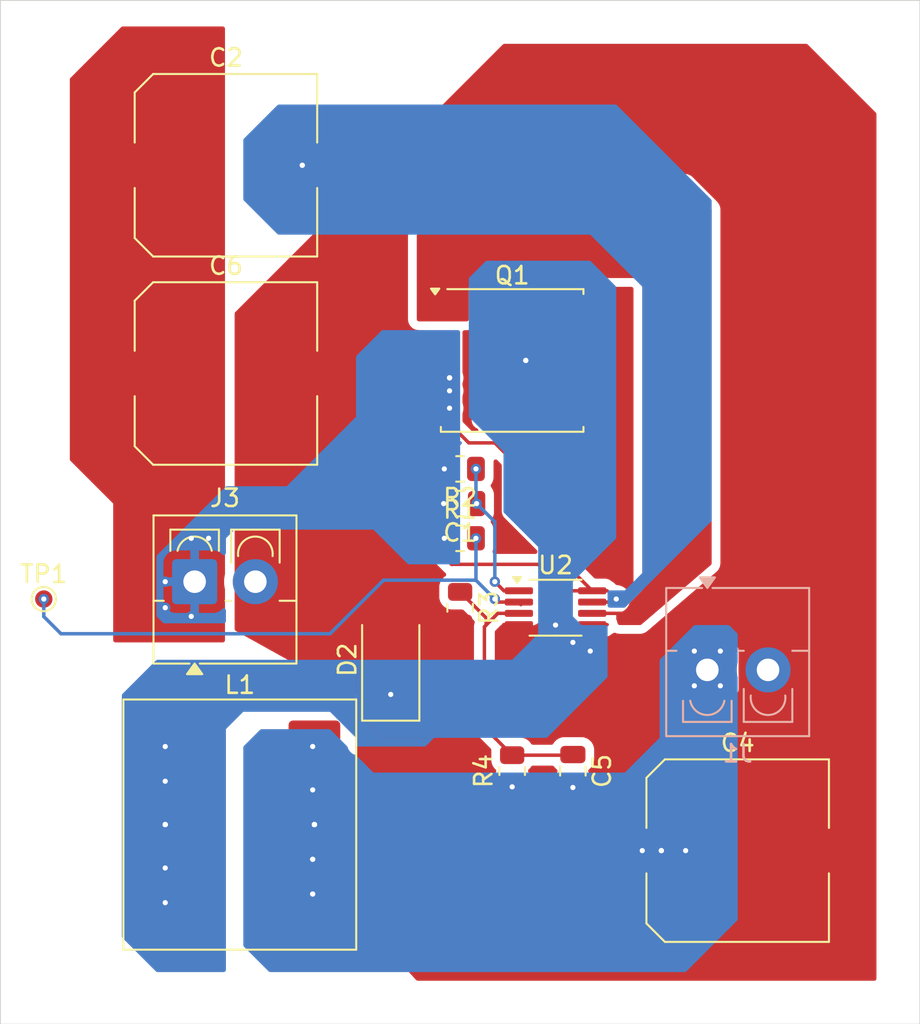
<source format=kicad_pcb>
(kicad_pcb (version 20241229) (generator "pcbnew") (generator_version "9.0")
  (layers (0 "F.Cu" signal) (2 "B.Cu" signal) (13 "F.Paste" user) (15 "B.Paste" user) (5 "F.SilkS" user "F.Silkscreen") (7 "B.SilkS" user "B.Silkscreen") (1 "F.Mask" user) (3 "B.Mask" user) (25 "Edge.Cuts" user))
  (net 0 "")
  (net 1 "Net-(U2-ADJ)")
  (net 2 "/Vin")
  (net 3 "GND")
  (net 4 "Net-(U2-VCC)")
  (net 5 "Net-(D2-K)")
  (net 6 "/Vout")
  (net 7 "Net-(U2-FB)")
  (net 8 "Net-(U2-RT)")
  (net 9 "Net-(Q1-G)")
  (footprint "Resistor_SMD:R_0805_2012Metric" (layer "F.Cu") (at 101.5 117.4125 90)
    (property "Reference" "R4" (at 0 -1.65 90) (layer "F.SilkS"))
    (property "Value" "R")
    (fp_line (start -0.227064 -0.735) (end 0.227064 -0.735) (stroke (width 0.12)) (layer "F.SilkS"))
    (fp_line (start -0.227064 0.735) (end 0.227064 0.735) (stroke (width 0.12)) (layer "F.SilkS"))
    (pad "1" smd roundrect (at -0.9125 0 90) (size 1.025 1.4) (layers "F.Cu" "F.Mask" "F.Paste") (roundrect_rratio 0.243902) (net 6 "/Vout"))
    (pad "2" smd roundrect (at 0.9125 0 90) (size 1.025 1.4) (layers "F.Cu" "F.Mask" "F.Paste") (roundrect_rratio 0.243902) (net 7 "Net-(U2-FB)"))
  )
  (footprint "TerminalBlock_4Ucon:TerminalBlock_4Ucon_1x02_P3.50mm_Vertical" (layer "F.Cu") (at 83.195 106.5)
    (property "Reference" "J3" (at 1.75 -4.82 0) (layer "F.SilkS"))
    (property "Value" "Screw_Terminal_01x02")
    (fp_line (start -2.37 -3.82) (end 5.87 -3.82) (stroke (width 0.12)) (layer "F.SilkS"))
    (fp_line (start -2.37 1.1) (end -1.78 1.1) (stroke (width 0.12)) (layer "F.SilkS"))
    (fp_line (start -2.37 4.72) (end -2.37 -3.82) (stroke (width 0.12)) (layer "F.SilkS"))
    (fp_line (start -1.4 -3) (end 1.4 -3) (stroke (width 0.12)) (layer "F.SilkS"))
    (fp_line (start -1.4 -1.78) (end -1.4 -3) (stroke (width 0.12)) (layer "F.SilkS"))
    (fp_line (start -0.3 4.72) (end -2.37 4.72) (stroke (width 0.12)) (layer "F.SilkS"))
    (fp_line (start 1.4 -3) (end 1.4 -1.78) (stroke (width 0.12)) (layer "F.SilkS"))
    (fp_line (start 1.78 1.1) (end 2.101 1.1) (stroke (width 0.12)) (layer "F.SilkS"))
    (fp_line (start 2.1 -3) (end 4.9 -3) (stroke (width 0.12)) (layer "F.SilkS"))
    (fp_line (start 2.1 -1.099) (end 2.1 -3) (stroke (width 0.12)) (layer "F.SilkS"))
    (fp_line (start 4.899 1.1) (end 5.87 1.1) (stroke (width 0.12)) (layer "F.SilkS"))
    (fp_line (start 4.9 -3) (end 4.9 -1.099) (stroke (width 0.12)) (layer "F.SilkS"))
    (fp_line (start 5.87 -3.82) (end 5.87 4.72) (stroke (width 0.12)) (layer "F.SilkS"))
    (fp_line (start 5.87 4.72) (end 0.3 4.72) (stroke (width 0.12)) (layer "F.SilkS"))
    (fp_arc (start -0.984 -1.78) (mid 0 -2.6) (end 0.984 -1.78) (stroke (width 0.12)) (layer "F.SilkS"))
    (fp_arc (start 2.508 -1.478) (mid 3.5 -2.6) (end 4.492 -1.478) (stroke (width 0.12)) (layer "F.SilkS"))
    (fp_poly (pts (xy 0 4.72) (xy 0.44 5.33) (xy -0.44 5.33)) (stroke (width 0.12)) (fill yes) (layer "F.SilkS"))
    (pad "1" thru_hole roundrect (at 0 0) (size 2.6 2.6) (drill 1.3) (layers "*.Cu" "*.Mask") (roundrect_rratio 0.096154) (net 2 "/Vin"))
    (pad "2" thru_hole circle (at 3.5 0) (size 2.6 2.6) (drill 1.3) (layers "*.Cu" "*.Mask") (net 3 "GND"))
  )
  (footprint "Capacitor_SMD:C_0805_2012Metric" (layer "F.Cu") (at 105 117.4125 -90)
    (property "Reference" "C5" (at 0 -1.68 90) (layer "F.SilkS"))
    (property "Value" "C")
    (fp_line (start -0.261252 0.735) (end 0.261252 0.735) (stroke (width 0.12)) (layer "F.SilkS"))
    (fp_line (start -0.261252 -0.735) (end 0.261252 -0.735) (stroke (width 0.12)) (layer "F.SilkS"))
    (pad "1" smd roundrect (at -0.95 0 270) (size 1 1.45) (layers "F.Cu" "F.Mask" "F.Paste") (net 7 "Net-(U2-FB)"))
    (pad "2" smd roundrect (at 0.95 0 270) (size 1 1.45) (layers "F.Cu" "F.Mask" "F.Paste") (net 6 "/Vout"))
  )
  (footprint "Capacitor_SMD:C_Elec_10x10.2" (layer "F.Cu") (at 114.5 122)
    (property "Reference" "C4" (at 0 -6.2 0) (layer "F.SilkS"))
    (property "Value" "C")
    (fp_line (start -5.26 -4.195563) (end -5.26 -1.31) (stroke (width 0.12)) (layer "F.SilkS"))
    (fp_line (start -5.26 -4.195563) (end -4.195563 -5.26) (stroke (width 0.12)) (layer "F.SilkS"))
    (fp_line (start -5.26 4.195563) (end -5.26 1.31) (stroke (width 0.12)) (layer "F.SilkS"))
    (fp_line (start -5.26 4.195563) (end -4.195563 5.26) (stroke (width 0.12)) (layer "F.SilkS"))
    (fp_line (start -4.195563 -5.26) (end 5.26 -5.26) (stroke (width 0.12)) (layer "F.SilkS"))
    (fp_line (start -4.195563 5.26) (end 5.26 5.26) (stroke (width 0.12)) (layer "F.SilkS"))
    (fp_line (start 5.26 -5.26) (end 5.26 -1.31) (stroke (width 0.12)) (layer "F.SilkS"))
    (fp_line (start 5.26 5.26) (end 5.26 1.31) (stroke (width 0.12)) (layer "F.SilkS"))
    (pad "1" smd roundrect (at -4.4 0) (size 4.6 2.1) (layers "F.Cu" "F.Mask" "F.Paste") (roundrect_rratio 0.119048) (net 6 "/Vout"))
    (pad "2" smd roundrect (at 4.4 0) (size 4.6 2.1) (layers "F.Cu" "F.Mask" "F.Paste") (roundrect_rratio 0.119048) (net 3 "GND"))
  )
  (footprint "Inductor_SMD:L_Coilcraft_XAL1350-XXX" (layer "F.Cu") (at 85.8 120.5)
    (property "Reference" "L1" (at 0 -8.05 0) (layer "F.SilkS"))
    (property "Value" "L")
    (fp_line (start -6.71 -7.21) (end 6.71 -7.21) (stroke (width 0.12)) (layer "F.SilkS"))
    (fp_line (start -6.71 7.21) (end -6.71 -7.21) (stroke (width 0.12)) (layer "F.SilkS"))
    (fp_line (start 6.71 -7.21) (end 6.71 7.21) (stroke (width 0.12)) (layer "F.SilkS"))
    (fp_line (start 6.71 7.21) (end -6.71 7.21) (stroke (width 0.12)) (layer "F.SilkS"))
    (pad "1" smd roundrect (at -4.3 0) (size 2.98 12) (layers "F.Cu" "F.Mask" "F.Paste") (roundrect_rratio 0.083893) (net 5 "Net-(D2-K)"))
    (pad "2" smd roundrect (at 4.3 0) (size 2.98 12) (layers "F.Cu" "F.Mask" "F.Paste") (roundrect_rratio 0.083893) (net 6 "/Vout"))
  )
  (footprint "Package_TO_SOT_SMD:PQFN_8x8" (layer "F.Cu") (at 101.5 93.75)
    (property "Reference" "Q1" (at 0 -4.9 0) (layer "F.SilkS"))
    (property "Value" "FDMT80060DC")
    (fp_line (start -4.11 3.83) (end -4.11 4.11) (stroke (width 0.12)) (layer "F.SilkS"))
    (fp_line (start 4.11 -4.11) (end -3.74 -4.11) (stroke (width 0.12)) (layer "F.SilkS"))
    (fp_line (start 4.11 -3.83) (end 4.11 -4.11) (stroke (width 0.12)) (layer "F.SilkS"))
    (fp_line (start 4.11 3.83) (end 4.11 4.11) (stroke (width 0.12)) (layer "F.SilkS"))
    (fp_line (start 4.11 4.11) (end -4.11 4.11) (stroke (width 0.12)) (layer "F.SilkS"))
    (fp_poly (pts (xy -4.44 -3.81) (xy -4.2 -4.14) (xy -4.68 -4.14) (xy -4.44 -3.81)) (stroke (width 0.12)) (fill yes) (layer "F.SilkS"))
    (pad "1" smd roundrect (at -3.935 -3) (size 1.13 1.1) (layers "F.Cu" "F.Mask" "F.Paste") (net 9 "Net-(Q1-G)"))
    (pad "2" smd custom (at -3.61 1) (size 0.48 5.1) (layers "F.Cu" "F.Mask" "F.Paste") (net 2 "/Vin") (options (clearance outline) (anchor rect)) (primitives (gr_poly (pts (xy -0.24 -1.45) (xy -0.89 -1.45) (xy -0.89 -2.55) (xy -0.24 -2.55)) (width 0) (fill yes)) (gr_poly (pts (xy -0.24 0.55) (xy -0.89 0.55) (xy -0.89 -0.55) (xy -0.24 -0.55)) (width 0) (fill yes)) (gr_poly (pts (xy -0.24 2.55) (xy -0.89 2.55) (xy -0.89 1.45) (xy -0.24 1.45)) (width 0) (fill yes))))
    (pad "3" smd custom (at 0.785 0) (size 5.23 6.9) (layers "F.Cu" "F.Mask") (net 5 "Net-(D2-K)") (options (clearance outline) (anchor rect)) (primitives (gr_poly (pts (xy 3.715 -2.45) (xy 2.615 -2.45) (xy 2.615 -3.55) (xy 3.715 -3.55)) (width 0) (fill yes)) (gr_poly (pts (xy 3.715 -0.45) (xy 2.615 -0.45) (xy 2.615 -1.55) (xy 3.715 -1.55)) (width 0) (fill yes)) (gr_poly (pts (xy 3.715 1.55) (xy 2.615 1.55) (xy 2.615 0.45) (xy 3.715 0.45)) (width 0) (fill yes)) (gr_poly (pts (xy 3.715 3.55) (xy 2.615 3.55) (xy 2.615 2.45) (xy 3.715 2.45)) (width 0) (fill yes))))
  )
  (footprint "TestPoint:TestPoint_Pad_D1.0mm" (layer "F.Cu") (at 74.5 107.5)
    (property "Reference" "TP1" (at 0 -1.448 0) (layer "F.SilkS"))
    (property "Value" "TestPoint_Small" (hide yes))
    (fp_circle (center 0 0) (end 0 0.7) (stroke (width 0.12)) (fill no) (layer "F.SilkS"))
    (pad "1" smd circle (at 0 0) (size 1 1) (layers "F.Cu" "F.Mask") (net 8 "Net-(U2-RT)"))
  )
  (footprint "Resistor_SMD:R_0805_2012Metric" (layer "F.Cu") (at 98.5 100 180)
    (property "Reference" "R2" (at 0 -1.65 0) (layer "F.SilkS"))
    (property "Value" "R")
    (fp_line (start -0.227064 0.735) (end 0.227064 0.735) (stroke (width 0.12)) (layer "F.SilkS"))
    (fp_line (start -0.227064 -0.735) (end 0.227064 -0.735) (stroke (width 0.12)) (layer "F.SilkS"))
    (pad "1" smd roundrect (at -0.9125 0 180) (size 1.025 1.4) (layers "F.Cu" "F.Mask" "F.Paste") (roundrect_rratio 0.243902) (net 1 "Net-(U2-ADJ)"))
    (pad "2" smd roundrect (at 0.9125 0 180) (size 1.025 1.4) (layers "F.Cu" "F.Mask" "F.Paste") (roundrect_rratio 0.243902) (net 2 "/Vin"))
  )
  (footprint "Diode_SMD:D_SMA" (layer "F.Cu") (at 94.5 111 90)
    (property "Reference" "D2" (at 0 -2.5 90) (layer "F.SilkS"))
    (property "Value" "D_Schottky")
    (fp_line (start -3.51 -1.65) (end 2 -1.65) (stroke (width 0.12)) (layer "F.SilkS"))
    (fp_line (start -3.51 -1.65) (end -3.51 1.65) (stroke (width 0.12)) (layer "F.SilkS"))
    (fp_line (start -3.51 1.65) (end 2 1.65) (stroke (width 0.12)) (layer "F.SilkS"))
    (pad "1" smd roundrect (at -2 0 90) (size 2.5 1.8) (layers "F.Cu" "F.Mask" "F.Paste") (roundrect_rratio 0.1388888889) (net 5 "Net-(D2-K)"))
    (pad "2" smd roundrect (at 2 0 90) (size 2.5 1.8) (layers "F.Cu" "F.Mask" "F.Paste") (roundrect_rratio 0.1388888889) (net 3 "GND"))
  )
  (footprint "Capacitor_SMD:C_Elec_10x10.2" (layer "F.Cu") (at 85 82.5)
    (property "Reference" "C2" (at 0 -6.2 0) (layer "F.SilkS"))
    (property "Value" "C")
    (fp_line (start -5.26 -4.195563) (end -5.26 -1.31) (stroke (width 0.12)) (layer "F.SilkS"))
    (fp_line (start -5.26 -4.195563) (end -4.195563 -5.26) (stroke (width 0.12)) (layer "F.SilkS"))
    (fp_line (start -5.26 4.195563) (end -5.26 1.31) (stroke (width 0.12)) (layer "F.SilkS"))
    (fp_line (start -5.26 4.195563) (end -4.195563 5.26) (stroke (width 0.12)) (layer "F.SilkS"))
    (fp_line (start -4.195563 -5.26) (end 5.26 -5.26) (stroke (width 0.12)) (layer "F.SilkS"))
    (fp_line (start -4.195563 5.26) (end 5.26 5.26) (stroke (width 0.12)) (layer "F.SilkS"))
    (fp_line (start 5.26 -5.26) (end 5.26 -1.31) (stroke (width 0.12)) (layer "F.SilkS"))
    (fp_line (start 5.26 5.26) (end 5.26 1.31) (stroke (width 0.12)) (layer "F.SilkS"))
    (pad "1" smd roundrect (at -4.4 0) (size 4.6 2.1) (layers "F.Cu" "F.Mask" "F.Paste") (roundrect_rratio 0.119048) (net 2 "/Vin"))
    (pad "2" smd roundrect (at 4.4 0) (size 4.6 2.1) (layers "F.Cu" "F.Mask" "F.Paste") (roundrect_rratio 0.119048) (net 4 "Net-(U2-VCC)"))
  )
  (footprint "Package_SO:MSOP-8_3x3mm_P0.65mm" (layer "F.Cu") (at 104 108)
    (property "Reference" "U2" (at 0 -2.45 0) (layer "F.SilkS"))
    (property "Value" "LM25085MM")
    (fp_line (start 0 -1.61) (end -1.5 -1.61) (stroke (width 0.12)) (layer "F.SilkS"))
    (fp_line (start 0 -1.61) (end 1.5 -1.61) (stroke (width 0.12)) (layer "F.SilkS"))
    (fp_line (start 0 1.61) (end -1.5 1.61) (stroke (width 0.12)) (layer "F.SilkS"))
    (fp_line (start 0 1.61) (end 1.5 1.61) (stroke (width 0.12)) (layer "F.SilkS"))
    (fp_poly (pts (xy -2.2125 -1.435) (xy -2.4525 -1.765) (xy -1.9725 -1.765)) (stroke (width 0.12)) (fill yes) (layer "F.SilkS"))
    (pad "1" smd roundrect (at -2.1125 -0.975) (size 1.625 0.4) (layers "F.Cu" "F.Mask" "F.Paste") (net 1 "Net-(U2-ADJ)"))
    (pad "2" smd roundrect (at -2.1125 -0.325) (size 1.625 0.4) (layers "F.Cu" "F.Mask" "F.Paste") (net 8 "Net-(U2-RT)"))
    (pad "3" smd roundrect (at -2.1125 0.325) (size 1.625 0.4) (layers "F.Cu" "F.Mask" "F.Paste") (net 7 "Net-(U2-FB)"))
    (pad "4" smd roundrect (at -2.1125 0.975) (size 1.625 0.4) (layers "F.Cu" "F.Mask" "F.Paste") (net 3 "GND"))
    (pad "5" smd roundrect (at 2.1125 0.975) (size 1.625 0.4) (layers "F.Cu" "F.Mask" "F.Paste") (net 5 "Net-(D2-K)"))
    (pad "6" smd roundrect (at 2.1125 0.325) (size 1.625 0.4) (layers "F.Cu" "F.Mask" "F.Paste") (net 9 "Net-(Q1-G)"))
    (pad "7" smd roundrect (at 2.1125 -0.325) (size 1.625 0.4) (layers "F.Cu" "F.Mask" "F.Paste") (net 4 "Net-(U2-VCC)"))
    (pad "8" smd roundrect (at 2.1125 -0.975) (size 1.625 0.4) (layers "F.Cu" "F.Mask" "F.Paste") (net 2 "/Vin"))
  )
  (footprint "Resistor_SMD:R_0805_2012Metric" (layer "F.Cu") (at 98.5 108 -90)
    (property "Reference" "R3" (at 0 -1.65 90) (layer "F.SilkS"))
    (property "Value" "R")
    (fp_line (start -0.227064 0.735) (end 0.227064 0.735) (stroke (width 0.12)) (layer "F.SilkS"))
    (fp_line (start -0.227064 -0.735) (end 0.227064 -0.735) (stroke (width 0.12)) (layer "F.SilkS"))
    (pad "1" smd roundrect (at -0.9125 0 270) (size 1.025 1.4) (layers "F.Cu" "F.Mask" "F.Paste") (roundrect_rratio 0.243902) (net 7 "Net-(U2-FB)"))
    (pad "2" smd roundrect (at 0.9125 0 270) (size 1.025 1.4) (layers "F.Cu" "F.Mask" "F.Paste") (roundrect_rratio 0.243902) (net 3 "GND"))
  )
  (footprint "Resistor_SMD:R_0805_2012Metric" (layer "F.Cu") (at 98.5 104)
    (property "Reference" "R1" (at 0 -1.65 0) (layer "F.SilkS"))
    (property "Value" "R")
    (fp_line (start -0.227064 -0.735) (end 0.227064 -0.735) (stroke (width 0.12)) (layer "F.SilkS"))
    (fp_line (start -0.227064 0.735) (end 0.227064 0.735) (stroke (width 0.12)) (layer "F.SilkS"))
    (pad "1" smd roundrect (at -0.9125 0) (size 1.025 1.4) (layers "F.Cu" "F.Mask" "F.Paste") (roundrect_rratio 0.243902) (net 2 "/Vin"))
    (pad "2" smd roundrect (at 0.9125 0) (size 1.025 1.4) (layers "F.Cu" "F.Mask" "F.Paste") (roundrect_rratio 0.243902) (net 8 "Net-(U2-RT)"))
  )
  (footprint "Capacitor_SMD:C_0805_2012Metric" (layer "F.Cu") (at 98.5 102 180)
    (property "Reference" "C1" (at 0 -1.68 0) (layer "F.SilkS"))
    (property "Value" "C")
    (fp_line (start -0.261252 0.735) (end 0.261252 0.735) (stroke (width 0.12)) (layer "F.SilkS"))
    (fp_line (start -0.261252 -0.735) (end 0.261252 -0.735) (stroke (width 0.12)) (layer "F.SilkS"))
    (pad "1" smd roundrect (at -0.95 0 180) (size 1 1.45) (layers "F.Cu" "F.Mask" "F.Paste") (net 1 "Net-(U2-ADJ)"))
    (pad "2" smd roundrect (at 0.95 0 180) (size 1 1.45) (layers "F.Cu" "F.Mask" "F.Paste") (net 2 "/Vin"))
  )
  (footprint "Capacitor_SMD:C_Elec_10x10.2" (layer "F.Cu") (at 85 94.5)
    (property "Reference" "C6" (at 0 -6.2 0) (layer "F.SilkS"))
    (property "Value" "C")
    (fp_line (start -5.26 -4.195563) (end -5.26 -1.31) (stroke (width 0.12)) (layer "F.SilkS"))
    (fp_line (start -5.26 -4.195563) (end -4.195563 -5.26) (stroke (width 0.12)) (layer "F.SilkS"))
    (fp_line (start -5.26 4.195563) (end -5.26 1.31) (stroke (width 0.12)) (layer "F.SilkS"))
    (fp_line (start -5.26 4.195563) (end -4.195563 5.26) (stroke (width 0.12)) (layer "F.SilkS"))
    (fp_line (start -4.195563 -5.26) (end 5.26 -5.26) (stroke (width 0.12)) (layer "F.SilkS"))
    (fp_line (start -4.195563 5.26) (end 5.26 5.26) (stroke (width 0.12)) (layer "F.SilkS"))
    (fp_line (start 5.26 -5.26) (end 5.26 -1.31) (stroke (width 0.12)) (layer "F.SilkS"))
    (fp_line (start 5.26 5.26) (end 5.26 1.31) (stroke (width 0.12)) (layer "F.SilkS"))
    (pad "1" smd roundrect (at -4.4 0) (size 4.6 2.1) (layers "F.Cu" "F.Mask" "F.Paste") (roundrect_rratio 0.119048) (net 2 "/Vin"))
    (pad "2" smd roundrect (at 4.4 0) (size 4.6 2.1) (layers "F.Cu" "F.Mask" "F.Paste") (roundrect_rratio 0.119048) (net 3 "GND"))
  )
  (footprint "TerminalBlock_4Ucon:TerminalBlock_4Ucon_1x02_P3.50mm_Vertical" (layer "B.Cu") (at 112.75 111.5825)
    (property "Reference" "J1" (at 1.75 4.82 0) (layer "B.SilkS") (effects (justify mirror)))
    (property "Value" "Screw_Terminal_01x02")
    (fp_line (start -2.37 -4.72) (end -2.37 3.82) (stroke (width 0.12)) (layer "B.SilkS"))
    (fp_line (start -2.37 -1.1) (end -1.78 -1.1) (stroke (width 0.12)) (layer "B.SilkS"))
    (fp_line (start -2.37 3.82) (end 5.87 3.82) (stroke (width 0.12)) (layer "B.SilkS"))
    (fp_line (start -1.4 1.78) (end -1.4 3) (stroke (width 0.12)) (layer "B.SilkS"))
    (fp_line (start -1.4 3) (end 1.4 3) (stroke (width 0.12)) (layer "B.SilkS"))
    (fp_line (start -0.3 -4.72) (end -2.37 -4.72) (stroke (width 0.12)) (layer "B.SilkS"))
    (fp_line (start 1.4 3) (end 1.4 1.78) (stroke (width 0.12)) (layer "B.SilkS"))
    (fp_line (start 1.78 -1.1) (end 2.101 -1.1) (stroke (width 0.12)) (layer "B.SilkS"))
    (fp_line (start 2.1 1.099) (end 2.1 3) (stroke (width 0.12)) (layer "B.SilkS"))
    (fp_line (start 2.1 3) (end 4.9 3) (stroke (width 0.12)) (layer "B.SilkS"))
    (fp_line (start 4.899 -1.1) (end 5.87 -1.1) (stroke (width 0.12)) (layer "B.SilkS"))
    (fp_line (start 4.9 3) (end 4.9 1.099) (stroke (width 0.12)) (layer "B.SilkS"))
    (fp_line (start 5.87 -4.72) (end 0.3 -4.72) (stroke (width 0.12)) (layer "B.SilkS"))
    (fp_line (start 5.87 3.82) (end 5.87 -4.72) (stroke (width 0.12)) (layer "B.SilkS"))
    (fp_arc (start 0.984 1.78) (mid 0 2.6) (end -0.984 1.78) (stroke (width 0.12)) (layer "B.SilkS"))
    (fp_arc (start 4.492 1.478) (mid 3.5 2.6) (end 2.508 1.478) (stroke (width 0.12)) (layer "B.SilkS"))
    (fp_poly (pts (xy 0 -4.72) (xy 0.44 -5.33) (xy -0.44 -5.33)) (stroke (width 0.12)) (fill yes) (layer "B.SilkS"))
    (pad "1" thru_hole roundrect (at 0 0) (size 2.6 2.6) (drill 1.3) (layers "*.Cu" "*.Mask") (roundrect_rratio 0.096154) (net 6 "/Vout"))
    (pad "2" thru_hole circle (at 3.5 0) (size 2.6 2.6) (drill 1.3) (layers "*.Cu" "*.Mask") (net 3 "GND"))
  )
  (gr_rect (start 72 73) (end 125 132) (stroke (width 0.05)) (fill no) (layer "Edge.Cuts"))
  (segment (start 101.025 107.025) (end 100.5 106.5) (width 0.2) (layer "F.Cu") (net 1))
  (segment (start 101.025 107.025) (end 101.8875 107.025) (width 0.2) (layer "F.Cu") (net 1))
  (via (at 100.5 106.5) (size 0.6) (drill 0.3) (layers "F.Cu" "B.Cu") (net 1))
  (via (at 99.4125 100) (size 0.6) (drill 0.3) (layers "F.Cu" "B.Cu") (net 1))
  (via (at 99.45 102) (size 0.6) (drill 0.3) (layers "F.Cu" "B.Cu") (net 1))
  (segment (start 100.5 106.5) (end 100.5 103.05) (width 0.2) (layer "B.Cu") (net 1))
  (segment (start 99.4125 101.9625) (end 99.45 102) (width 0.2) (layer "B.Cu") (net 1))
  (segment (start 99.4125 100) (end 99.4125 101.9625) (width 0.2) (layer "B.Cu") (net 1))
  (segment (start 100.5 103.05) (end 99.45 102) (width 0.2) (layer "B.Cu") (net 1))
  (segment (start 104.525 107.025) (end 106.1125 107.025) (width 0.2) (layer "F.Cu") (net 2))
  (segment (start 99 98.5) (end 100.5 98.5) (width 0.2) (layer "F.Cu") (net 2))
  (segment (start 101.5 102.4125) (end 106.1125 107.025) (width 0.2) (layer "F.Cu") (net 2))
  (segment (start 97.5875 105.0875) (end 98 105.5) (width 0.2) (layer "F.Cu") (net 2))
  (segment (start 97.89 94.75) (end 97.89 95.5) (width 0.2) (layer "F.Cu") (net 2))
  (segment (start 101.5 99.5) (end 101.5 102.4125) (width 0.2) (layer "F.Cu") (net 2))
  (segment (start 106.975 107.025) (end 106.1125 107.025) (width 0.2) (layer "F.Cu") (net 2))
  (segment (start 98 105.5) (end 103 105.5) (width 0.2) (layer "F.Cu") (net 2))
  (segment (start 103 105.5) (end 104.525 107.025) (width 0.2) (layer "F.Cu") (net 2))
  (segment (start 100.5 98.5) (end 101.5 99.5) (width 0.2) (layer "F.Cu") (net 2))
  (segment (start 97.89 96.5) (end 97.89 97.39) (width 0.2) (layer "F.Cu") (net 2))
  (segment (start 97.89 95.5) (end 97.89 96.5) (width 0.2) (layer "F.Cu") (net 2))
  (segment (start 97.5875 104) (end 97.5875 105.0875) (width 0.2) (layer "F.Cu") (net 2))
  (segment (start 97.89 97.39) (end 99 98.5) (width 0.2) (layer "F.Cu") (net 2))
  (via (at 97.89 95.5) (size 0.6) (drill 0.3) (layers "F.Cu" "B.Cu") (net 2))
  (via (at 97.5875 100) (size 0.6) (drill 0.3) (layers "F.Cu" "B.Cu") (net 2))
  (via (at 97.89 94.75) (size 0.6) (drill 0.3) (layers "F.Cu" "B.Cu") (net 2))
  (via (at 97.89 94.75) (size 0.6) (drill 0.3) (layers "F.Cu" "B.Cu") (net 2))
  (via (at 97.5875 104) (size 0.6) (drill 0.3) (layers "F.Cu" "B.Cu") (net 2))
  (via (at 83.195 106.5) (size 0.6) (drill 0.3) (layers "F.Cu" "B.Cu") (net 2))
  (via (at 84 104) (size 0.6) (drill 0.3) (layers "F.Cu" "B.Cu") (net 2))
  (via (at 83 104) (size 0.6) (drill 0.3) (layers "F.Cu" "B.Cu") (net 2))
  (via (at 81.5 106.5) (size 0.6) (drill 0.3) (layers "F.Cu" "B.Cu") (net 2))
  (via (at 97.89 94.75) (size 0.6) (drill 0.3) (layers "F.Cu" "B.Cu") (net 2))
  (via (at 97.89 96.5) (size 0.6) (drill 0.3) (layers "F.Cu" "B.Cu") (net 2))
  (via (at 83 108.5) (size 0.6) (drill 0.3) (layers "F.Cu" "B.Cu") (net 2))
  (via (at 97.89 94.75) (size 0.6) (drill 0.3) (layers "F.Cu" "B.Cu") (net 2))
  (via (at 81.5 108) (size 0.6) (drill 0.3) (layers "F.Cu" "B.Cu") (net 2))
  (via (at 97.55 102) (size 0.6) (drill 0.3) (layers "F.Cu" "B.Cu") (net 2))
  (segment (start 97.5875 99.4125) (end 98.5 98.5) (width 0.2) (layer "B.Cu") (net 2))
  (segment (start 90.5875 101.4625) (end 90.55 101.5) (width 0.2) (layer "B.Cu") (net 2))
  (segment (start 97.5875 100) (end 97.5875 99.4125) (width 0.2) (layer "B.Cu") (net 2))
  (segment (start 101.8875 108.975) (end 101.025 108.975) (width 0.2) (layer "F.Cu") (net 3))
  (segment (start 101 109) (end 101 109.5) (width 0.2) (layer "F.Cu") (net 3))
  (segment (start 101.025 108.975) (end 101 109) (width 0.2) (layer "F.Cu") (net 3))
  (segment (start 107.325 107.675) (end 107.5 107.5) (width 0.2) (layer "F.Cu") (net 4))
  (segment (start 107.325 107.675) (end 106.1125 107.675) (width 0.2) (layer "F.Cu") (net 4))
  (via (at 107.5 107.5) (size 0.6) (drill 0.3) (layers "F.Cu" "B.Cu") (net 4))
  (via (at 89.4 82.5) (size 0.6) (drill 0.3) (layers "F.Cu" "B.Cu") (net 4))
  (via (at 89.4 82.5) (size 0.6) (drill 0.3) (layers "F.Cu" "B.Cu") (net 4))
  (segment (start 106.025 108.975) (end 105 110) (width 0.2) (layer "F.Cu") (net 5))
  (segment (start 106.1125 110.3875) (end 106 110.5) (width 0.2) (layer "F.Cu") (net 5))
  (segment (start 106.1125 108.975) (end 106.025 108.975) (width 0.2) (layer "F.Cu") (net 5))
  (segment (start 104.025 108.975) (end 104 109) (width 0.2) (layer "F.Cu") (net 5))
  (segment (start 106.1125 108.975) (end 106.975 108.975) (width 0.2) (layer "F.Cu") (net 5))
  (segment (start 106.1125 108.975) (end 106.1125 110.3875) (width 0.2) (layer "F.Cu") (net 5))
  (segment (start 106.1125 108.975) (end 104.025 108.975) (width 0.2) (layer "F.Cu") (net 5))
  (via (at 81.5 125) (size 0.6) (drill 0.3) (layers "F.Cu" "B.Cu") (net 5))
  (via (at 81.5 120.5) (size 0.6) (drill 0.3) (layers "F.Cu" "B.Cu") (net 5))
  (via (at 81.5 123) (size 0.6) (drill 0.3) (layers "F.Cu" "B.Cu") (net 5))
  (via (at 81.5 120.5) (size 0.6) (drill 0.3) (layers "F.Cu" "B.Cu") (net 5))
  (via (at 81.5 116) (size 0.6) (drill 0.3) (layers "F.Cu" "B.Cu") (net 5))
  (via (at 81.5 120.5) (size 0.6) (drill 0.3) (layers "F.Cu" "B.Cu") (net 5))
  (via (at 94.5 113) (size 0.6) (drill 0.3) (layers "F.Cu" "B.Cu") (net 5))
  (via (at 81.5 120.5) (size 0.6) (drill 0.3) (layers "F.Cu" "B.Cu") (net 5))
  (via (at 81.5 120.5) (size 0.6) (drill 0.3) (layers "F.Cu" "B.Cu") (net 5))
  (via (at 102.285 93.75) (size 0.6) (drill 0.3) (layers "F.Cu" "B.Cu") (net 5))
  (via (at 81.5 120.5) (size 0.6) (drill 0.3) (layers "F.Cu" "B.Cu") (net 5))
  (via (at 105 110) (size 0.6) (drill 0.3) (layers "F.Cu" "B.Cu") (net 5))
  (via (at 81.5 120.5) (size 0.6) (drill 0.3) (layers "F.Cu" "B.Cu") (net 5))
  (via (at 81.5 118) (size 0.6) (drill 0.3) (layers "F.Cu" "B.Cu") (net 5))
  (via (at 106 110.5) (size 0.6) (drill 0.3) (layers "F.Cu" "B.Cu") (net 5))
  (via (at 104 109) (size 0.6) (drill 0.3) (layers "F.Cu" "B.Cu") (net 5))
  (via (at 102.285 93.75) (size 0.6) (drill 0.3) (layers "F.Cu" "B.Cu") (net 5))
  (via (at 81.5 120.5) (size 0.6) (drill 0.3) (layers "F.Cu" "B.Cu") (net 5))
  (via (at 81.5 120.5) (size 0.6) (drill 0.3) (layers "F.Cu" "B.Cu") (net 5))
  (via (at 102.285 93.75) (size 0.6) (drill 0.3) (layers "F.Cu" "B.Cu") (net 5))
  (via (at 110.1 122) (size 0.6) (drill 0.3) (layers "F.Cu" "B.Cu") (net 6))
  (via (at 90.1 120.5) (size 0.6) (drill 0.3) (layers "F.Cu" "B.Cu") (net 6))
  (via (at 90.1 120.5) (size 0.6) (drill 0.3) (layers "F.Cu" "B.Cu") (net 6))
  (via (at 90.1 120.5) (size 0.6) (drill 0.3) (layers "F.Cu" "B.Cu") (net 6))
  (via (at 90 124.5) (size 0.6) (drill 0.3) (layers "F.Cu" "B.Cu") (net 6))
  (via (at 90.1 120.5) (size 0.6) (drill 0.3) (layers "F.Cu" "B.Cu") (net 6))
  (via (at 112 112.5) (size 0.6) (drill 0.3) (layers "F.Cu" "B.Cu") (net 6))
  (via (at 112.75 111.5825) (size 0.6) (drill 0.3) (layers "F.Cu" "B.Cu") (net 6))
  (via (at 105 118.3625) (size 0.6) (drill 0.3) (layers "F.Cu" "B.Cu") (net 6))
  (via (at 90 122.5) (size 0.6) (drill 0.3) (layers "F.Cu" "B.Cu") (net 6))
  (via (at 110.1 122) (size 0.6) (drill 0.3) (layers "F.Cu" "B.Cu") (net 6))
  (via (at 109 122) (size 0.6) (drill 0.3) (layers "F.Cu" "B.Cu") (net 6))
  (via (at 111.5 122) (size 0.6) (drill 0.3) (layers "F.Cu" "B.Cu") (net 6))
  (via (at 90.1 120.5) (size 0.6) (drill 0.3) (layers "F.Cu" "B.Cu") (net 6))
  (via (at 90.1 120.5) (size 0.6) (drill 0.3) (layers "F.Cu" "B.Cu") (net 6))
  (via (at 90.1 120.5) (size 0.6) (drill 0.3) (layers "F.Cu" "B.Cu") (net 6))
  (via (at 90.1 120.5) (size 0.6) (drill 0.3) (layers "F.Cu" "B.Cu") (net 6))
  (via (at 112.75 111.5825) (size 0.6) (drill 0.3) (layers "F.Cu" "B.Cu") (net 6))
  (via (at 90.1 120.5) (size 0.6) (drill 0.3) (layers "F.Cu" "B.Cu") (net 6))
  (via (at 113.5 112.5) (size 0.6) (drill 0.3) (layers "F.Cu" "B.Cu") (net 6))
  (via (at 90 124.5) (size 0.6) (drill 0.3) (layers "F.Cu" "B.Cu") (net 6))
  (via (at 90.1 120.5) (size 0.6) (drill 0.3) (layers "F.Cu" "B.Cu") (net 6))
  (via (at 90.1 120.5) (size 0.6) (drill 0.3) (layers "F.Cu" "B.Cu") (net 6))
  (via (at 90.1 120.5) (size 0.6) (drill 0.3) (layers "F.Cu" "B.Cu") (net 6))
  (via (at 110.1 122) (size 0.6) (drill 0.3) (layers "F.Cu" "B.Cu") (net 6))
  (via (at 90 118.5) (size 0.6) (drill 0.3) (layers "F.Cu" "B.Cu") (net 6))
  (via (at 112 110.5) (size 0.6) (drill 0.3) (layers "F.Cu" "B.Cu") (net 6))
  (via (at 90 122.5) (size 0.6) (drill 0.3) (layers "F.Cu" "B.Cu") (net 6))
  (via (at 90.1 120.5) (size 0.6) (drill 0.3) (layers "F.Cu" "B.Cu") (net 6))
  (via (at 101.5 118.325) (size 0.6) (drill 0.3) (layers "F.Cu" "B.Cu") (net 6))
  (via (at 112.75 111.5825) (size 0.6) (drill 0.3) (layers "F.Cu" "B.Cu") (net 6))
  (via (at 90.1 120.5) (size 0.6) (drill 0.3) (layers "F.Cu" "B.Cu") (net 6))
  (via (at 90.1 120.5) (size 0.6) (drill 0.3) (layers "F.Cu" "B.Cu") (net 6))
  (via (at 90.1 120.5) (size 0.6) (drill 0.3) (layers "F.Cu" "B.Cu") (net 6))
  (via (at 90.1 120.5) (size 0.6) (drill 0.3) (layers "F.Cu" "B.Cu") (net 6))
  (via (at 113.5 110.5) (size 0.6) (drill 0.3) (layers "F.Cu" "B.Cu") (net 6))
  (via (at 90.1 120.5) (size 0.6) (drill 0.3) (layers "F.Cu" "B.Cu") (net 6))
  (via (at 112.75 111.5825) (size 0.6) (drill 0.3) (layers "F.Cu" "B.Cu") (net 6))
  (via (at 90.1 120.5) (size 0.6) (drill 0.3) (layers "F.Cu" "B.Cu") (net 6))
  (via (at 90.1 120.5) (size 0.6) (drill 0.3) (layers "F.Cu" "B.Cu") (net 6))
  (via (at 112.75 111.5825) (size 0.6) (drill 0.3) (layers "F.Cu" "B.Cu") (net 6))
  (via (at 90 116) (size 0.6) (drill 0.3) (layers "F.Cu" "B.Cu") (net 6))
  (via (at 90.1 120.5) (size 0.6) (drill 0.3) (layers "F.Cu" "B.Cu") (net 6))
  (segment (start 100.5 108.5) (end 100 109) (width 0.2) (layer "F.Cu") (net 7))
  (segment (start 100 108.5875) (end 100 109) (width 0.2) (layer "F.Cu") (net 7))
  (segment (start 101.5 116.5) (end 104.9625 116.5) (width 0.2) (layer "F.Cu") (net 7))
  (segment (start 100.675 108.325) (end 100.5 108.5) (width 0.2) (layer "F.Cu") (net 7))
  (segment (start 99.899 109.101) (end 99.899 114.899) (width 0.2) (layer "F.Cu") (net 7))
  (segment (start 99.899 114.899) (end 101.5 116.5) (width 0.2) (layer "F.Cu") (net 7))
  (segment (start 100 109) (end 99.899 109.101) (width 0.2) (layer "F.Cu") (net 7))
  (segment (start 100.675 108.325) (end 101.8875 108.325) (width 0.2) (layer "F.Cu") (net 7))
  (segment (start 98.5 107.0875) (end 100 108.5875) (width 0.2) (layer "F.Cu") (net 7))
  (segment (start 104.9625 116.5) (end 105 116.4625) (width 0.2) (layer "F.Cu") (net 7))
  (segment (start 102 107.7875) (end 101.8875 107.675) (width 0.2) (layer "F.Cu") (net 8))
  (segment (start 100.675 107.675) (end 101.8875 107.675) (width 0.2) (layer "F.Cu") (net 8))
  (segment (start 100.675 107.675) (end 100.5 107.5) (width 0.2) (layer "F.Cu") (net 8))
  (segment (start 102 107.824) (end 102 107.7875) (width 0.2) (layer "F.Cu") (net 8))
  (via (at 99.4125 104) (size 0.6) (drill 0.3) (layers "F.Cu" "B.Cu") (net 8))
  (via (at 74.5 107.5) (size 0.6) (drill 0.3) (layers "F.Cu" "B.Cu") (net 8))
  (via (at 100.5 107.5) (size 0.6) (drill 0.3) (layers "F.Cu" "B.Cu") (net 8))
  (segment (start 94.0875 106.4125) (end 99.4125 106.4125) (width 0.2) (layer "B.Cu") (net 8))
  (segment (start 75.488834 109.5) (end 91 109.5) (width 0.2) (layer "B.Cu") (net 8))
  (segment (start 91 109.5) (end 94.0875 106.4125) (width 0.2) (layer "B.Cu") (net 8))
  (segment (start 99.4125 106.4125) (end 100.5 107.5) (width 0.2) (layer "B.Cu") (net 8))
  (segment (start 99.4125 104) (end 99.4125 106.4125) (width 0.2) (layer "B.Cu") (net 8))
  (segment (start 74.5 108.511166) (end 75.488834 109.5) (width 0.2) (layer "B.Cu") (net 8))
  (segment (start 74.5 107.5) (end 74.5 108.511166) (width 0.2) (layer "B.Cu") (net 8))
  (segment (start 106.1125 108.325) (end 107.825 108.325) (width 0.2) (layer "F.Cu") (net 9))
  (segment (start 107.825 108.325) (end 108 108.5) (width 0.2) (layer "F.Cu") (net 9))
  (zone (net 9) (net_name "Net-(Q1-G)") (layer "F.Cu") (priority 6) (connect_pads yes (clearance 0.5)) (min_thickness 0.25) (fill yes (thermal_gap 0.5) (thermal_bridge_width 0.5))
    (polygon (pts (xy 96 91.5) (xy 96 86.5) (xy 99 83.5) (xy 111.5 83.5) (xy 113 85) (xy 113 105.5) (xy 108.916668 109) (xy 107.5 109) (xy 107.5 108) (xy 106.5 108) (xy 108 108) (xy 109 107) (xy 109 89) (xy 99.5 89) (xy 99 89.5) (xy 99 91.5)))
  )
  (zone (net 3) (net_name "GND") (layer "F.Cu") (priority 3) (connect_pads yes (clearance 0.5)) (min_thickness 0.25) (fill yes (thermal_gap 0.5) (thermal_bridge_width 0.5) (island_removal_mode 1) (island_area_min 10))
    (polygon (pts (xy 115.5 129.5) (xy 122.5 129.5) (xy 122.5 109.5) (xy 122.5 105) (xy 122.5 79.5) (xy 118.5 75.5) (xy 101 75.5) (xy 85.5 91) (xy 85.5 109.3) (xy 88.556909 111) (xy 92.499218 112.986707) (xy 92.499958 125.65006) (xy 96 129.5) (xy 105.251547 129.5) (xy 112 129.5)))
  )
  (zone (net 2) (net_name "/Vin") (layer "F.Cu") (connect_pads yes (clearance 0.5)) (min_thickness 0.25) (fill yes (thermal_gap 0.5) (thermal_bridge_width 0.5) (island_removal_mode 1) (island_area_min 10))
    (polygon (pts (xy 84.945 107.0825) (xy 84.945 74.5) (xy 79 74.5) (xy 76 77.5) (xy 76 99.5) (xy 78.5 102) (xy 78.5 110) (xy 84.945 110)))
  )
  (zone (net 5) (net_name "Net-(D2-K)") (layer "B.Cu") (priority 8) (connect_pads (clearance 0.5)) (min_thickness 0.25) (fill yes (thermal_gap 0.5) (thermal_bridge_width 0.5) (island_removal_mode 1) (island_area_min 10))
    (polygon (pts (xy 99 89) (xy 100 88) (xy 106 88) (xy 107.5 89.5) (xy 107.5 104) (xy 105 106.5) (xy 105 108.5) (xy 105.5 109) (xy 107 109) (xy 107 112) (xy 103.5 115.5) (xy 94 115.5) (xy 92.5 114) (xy 92.5 112) (xy 93.5 111) (xy 101.5 111) (xy 103 109.5) (xy 103 104.5) (xy 101 102.5) (xy 101 99) (xy 99 97)))
  )
  (zone (net 5) (net_name "Net-(D2-K)") (layer "B.Cu") (priority 7) (connect_pads yes (clearance 0.5)) (min_thickness 0.25) (fill yes (thermal_gap 0.5) (thermal_bridge_width 0.5) (island_removal_mode 1) (island_area_min 10))
    (polygon (pts (xy 79 113.5) (xy 79 127) (xy 81 129) (xy 85 129) (xy 85 115) (xy 86 114) (xy 91 114) (xy 92.5 115.5) (xy 92.5 116) (xy 96.5 116) (xy 97 115.5) (xy 97 111.5) (xy 96.5 111) (xy 92.5 111) (xy 81 111) (xy 79 113)))
  )
  (zone (net 2) (net_name "/Vin") (layer "B.Cu") (priority 5) (connect_pads (clearance 0.5)) (min_thickness 0.25) (fill yes (thermal_gap 0.5) (thermal_bridge_width 0.5) (island_removal_mode 1) (island_area_min 10))
    (polygon (pts (xy 81 105) (xy 81 108.5) (xy 81.5 109) (xy 85 109) (xy 85 104) (xy 85.5 103.5) (xy 93.5 103.5) (xy 95.5 105.5) (xy 98.5 105.5) (xy 98.5 92) (xy 94 92) (xy 92.5 93.5) (xy 92.5 97) (xy 88.5 101) (xy 85 101)))
  )
  (zone (net 4) (net_name "Net-(U2-VCC)") (layer "B.Cu") (priority 4) (connect_pads yes (clearance 0.5)) (min_thickness 0.25) (fill yes (thermal_gap 0.5) (thermal_bridge_width 0.5) (island_removal_mode 1) (island_area_min 10))
    (polygon (pts (xy 86 81) (xy 88 79) (xy 107.5 79) (xy 113 84.5) (xy 113 103) (xy 108 108) (xy 107 108) (xy 107 107) (xy 108 107) (xy 109 106) (xy 109 89.5) (xy 106 86.5) (xy 88 86.5) (xy 86 84.5) (xy 86 81.5)))
  )
  (zone (net 6) (net_name "/Vout") (layer "B.Cu") (priority 1) (connect_pads yes (clearance 0.5)) (min_thickness 0.25) (fill yes (thermal_gap 0.5) (thermal_bridge_width 0.5))
    (polygon (pts (xy 86 116) (xy 86 127.5) (xy 87.5 129) (xy 111.5 129) (xy 114.5 126) (xy 114.5 109.5) (xy 114 109) (xy 112 109) (xy 110 111) (xy 110 115.5) (xy 108 117.5) (xy 93.5 117.5) (xy 91 115) (xy 87 115)))
  )
)
</source>
